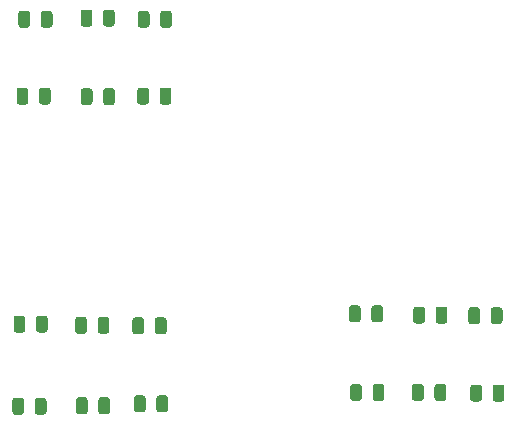
<source format=gbr>
%TF.GenerationSoftware,KiCad,Pcbnew,(5.1.10)-1*%
%TF.CreationDate,2023-02-12T14:12:42-06:00*%
%TF.ProjectId,neopixel_board,6e656f70-6978-4656-9c5f-626f6172642e,rev?*%
%TF.SameCoordinates,Original*%
%TF.FileFunction,Paste,Bot*%
%TF.FilePolarity,Positive*%
%FSLAX46Y46*%
G04 Gerber Fmt 4.6, Leading zero omitted, Abs format (unit mm)*
G04 Created by KiCad (PCBNEW (5.1.10)-1) date 2023-02-12 14:12:42*
%MOMM*%
%LPD*%
G01*
G04 APERTURE LIST*
G04 APERTURE END LIST*
%TO.C,C21*%
G36*
G01*
X141180400Y-97264200D02*
X141180400Y-98214200D01*
G75*
G02*
X140930400Y-98464200I-250000J0D01*
G01*
X140430400Y-98464200D01*
G75*
G02*
X140180400Y-98214200I0J250000D01*
G01*
X140180400Y-97264200D01*
G75*
G02*
X140430400Y-97014200I250000J0D01*
G01*
X140930400Y-97014200D01*
G75*
G02*
X141180400Y-97264200I0J-250000D01*
G01*
G37*
G36*
G01*
X143080400Y-97264200D02*
X143080400Y-98214200D01*
G75*
G02*
X142830400Y-98464200I-250000J0D01*
G01*
X142330400Y-98464200D01*
G75*
G02*
X142080400Y-98214200I0J250000D01*
G01*
X142080400Y-97264200D01*
G75*
G02*
X142330400Y-97014200I250000J0D01*
G01*
X142830400Y-97014200D01*
G75*
G02*
X143080400Y-97264200I0J-250000D01*
G01*
G37*
%TD*%
%TO.C,C20*%
G36*
G01*
X136252800Y-97213400D02*
X136252800Y-98163400D01*
G75*
G02*
X136002800Y-98413400I-250000J0D01*
G01*
X135502800Y-98413400D01*
G75*
G02*
X135252800Y-98163400I0J250000D01*
G01*
X135252800Y-97213400D01*
G75*
G02*
X135502800Y-96963400I250000J0D01*
G01*
X136002800Y-96963400D01*
G75*
G02*
X136252800Y-97213400I0J-250000D01*
G01*
G37*
G36*
G01*
X138152800Y-97213400D02*
X138152800Y-98163400D01*
G75*
G02*
X137902800Y-98413400I-250000J0D01*
G01*
X137402800Y-98413400D01*
G75*
G02*
X137152800Y-98163400I0J250000D01*
G01*
X137152800Y-97213400D01*
G75*
G02*
X137402800Y-96963400I250000J0D01*
G01*
X137902800Y-96963400D01*
G75*
G02*
X138152800Y-97213400I0J-250000D01*
G01*
G37*
%TD*%
%TO.C,C19*%
G36*
G01*
X131020400Y-97213400D02*
X131020400Y-98163400D01*
G75*
G02*
X130770400Y-98413400I-250000J0D01*
G01*
X130270400Y-98413400D01*
G75*
G02*
X130020400Y-98163400I0J250000D01*
G01*
X130020400Y-97213400D01*
G75*
G02*
X130270400Y-96963400I250000J0D01*
G01*
X130770400Y-96963400D01*
G75*
G02*
X131020400Y-97213400I0J-250000D01*
G01*
G37*
G36*
G01*
X132920400Y-97213400D02*
X132920400Y-98163400D01*
G75*
G02*
X132670400Y-98413400I-250000J0D01*
G01*
X132170400Y-98413400D01*
G75*
G02*
X131920400Y-98163400I0J250000D01*
G01*
X131920400Y-97213400D01*
G75*
G02*
X132170400Y-96963400I250000J0D01*
G01*
X132670400Y-96963400D01*
G75*
G02*
X132920400Y-97213400I0J-250000D01*
G01*
G37*
%TD*%
%TO.C,C18*%
G36*
G01*
X141028000Y-90711000D02*
X141028000Y-91661000D01*
G75*
G02*
X140778000Y-91911000I-250000J0D01*
G01*
X140278000Y-91911000D01*
G75*
G02*
X140028000Y-91661000I0J250000D01*
G01*
X140028000Y-90711000D01*
G75*
G02*
X140278000Y-90461000I250000J0D01*
G01*
X140778000Y-90461000D01*
G75*
G02*
X141028000Y-90711000I0J-250000D01*
G01*
G37*
G36*
G01*
X142928000Y-90711000D02*
X142928000Y-91661000D01*
G75*
G02*
X142678000Y-91911000I-250000J0D01*
G01*
X142178000Y-91911000D01*
G75*
G02*
X141928000Y-91661000I0J250000D01*
G01*
X141928000Y-90711000D01*
G75*
G02*
X142178000Y-90461000I250000J0D01*
G01*
X142678000Y-90461000D01*
G75*
G02*
X142928000Y-90711000I0J-250000D01*
G01*
G37*
%TD*%
%TO.C,C17*%
G36*
G01*
X136354400Y-90660200D02*
X136354400Y-91610200D01*
G75*
G02*
X136104400Y-91860200I-250000J0D01*
G01*
X135604400Y-91860200D01*
G75*
G02*
X135354400Y-91610200I0J250000D01*
G01*
X135354400Y-90660200D01*
G75*
G02*
X135604400Y-90410200I250000J0D01*
G01*
X136104400Y-90410200D01*
G75*
G02*
X136354400Y-90660200I0J-250000D01*
G01*
G37*
G36*
G01*
X138254400Y-90660200D02*
X138254400Y-91610200D01*
G75*
G02*
X138004400Y-91860200I-250000J0D01*
G01*
X137504400Y-91860200D01*
G75*
G02*
X137254400Y-91610200I0J250000D01*
G01*
X137254400Y-90660200D01*
G75*
G02*
X137504400Y-90410200I250000J0D01*
G01*
X138004400Y-90410200D01*
G75*
G02*
X138254400Y-90660200I0J-250000D01*
G01*
G37*
%TD*%
%TO.C,C16*%
G36*
G01*
X130918800Y-90558600D02*
X130918800Y-91508600D01*
G75*
G02*
X130668800Y-91758600I-250000J0D01*
G01*
X130168800Y-91758600D01*
G75*
G02*
X129918800Y-91508600I0J250000D01*
G01*
X129918800Y-90558600D01*
G75*
G02*
X130168800Y-90308600I250000J0D01*
G01*
X130668800Y-90308600D01*
G75*
G02*
X130918800Y-90558600I0J-250000D01*
G01*
G37*
G36*
G01*
X132818800Y-90558600D02*
X132818800Y-91508600D01*
G75*
G02*
X132568800Y-91758600I-250000J0D01*
G01*
X132068800Y-91758600D01*
G75*
G02*
X131818800Y-91508600I0J250000D01*
G01*
X131818800Y-90558600D01*
G75*
G02*
X132068800Y-90308600I250000J0D01*
G01*
X132568800Y-90308600D01*
G75*
G02*
X132818800Y-90558600I0J-250000D01*
G01*
G37*
%TD*%
%TO.C,C15*%
G36*
G01*
X112717200Y-98178600D02*
X112717200Y-99128600D01*
G75*
G02*
X112467200Y-99378600I-250000J0D01*
G01*
X111967200Y-99378600D01*
G75*
G02*
X111717200Y-99128600I0J250000D01*
G01*
X111717200Y-98178600D01*
G75*
G02*
X111967200Y-97928600I250000J0D01*
G01*
X112467200Y-97928600D01*
G75*
G02*
X112717200Y-98178600I0J-250000D01*
G01*
G37*
G36*
G01*
X114617200Y-98178600D02*
X114617200Y-99128600D01*
G75*
G02*
X114367200Y-99378600I-250000J0D01*
G01*
X113867200Y-99378600D01*
G75*
G02*
X113617200Y-99128600I0J250000D01*
G01*
X113617200Y-98178600D01*
G75*
G02*
X113867200Y-97928600I250000J0D01*
G01*
X114367200Y-97928600D01*
G75*
G02*
X114617200Y-98178600I0J-250000D01*
G01*
G37*
%TD*%
%TO.C,C14*%
G36*
G01*
X107804800Y-98331000D02*
X107804800Y-99281000D01*
G75*
G02*
X107554800Y-99531000I-250000J0D01*
G01*
X107054800Y-99531000D01*
G75*
G02*
X106804800Y-99281000I0J250000D01*
G01*
X106804800Y-98331000D01*
G75*
G02*
X107054800Y-98081000I250000J0D01*
G01*
X107554800Y-98081000D01*
G75*
G02*
X107804800Y-98331000I0J-250000D01*
G01*
G37*
G36*
G01*
X109704800Y-98331000D02*
X109704800Y-99281000D01*
G75*
G02*
X109454800Y-99531000I-250000J0D01*
G01*
X108954800Y-99531000D01*
G75*
G02*
X108704800Y-99281000I0J250000D01*
G01*
X108704800Y-98331000D01*
G75*
G02*
X108954800Y-98081000I250000J0D01*
G01*
X109454800Y-98081000D01*
G75*
G02*
X109704800Y-98331000I0J-250000D01*
G01*
G37*
%TD*%
%TO.C,C13*%
G36*
G01*
X102420000Y-98381800D02*
X102420000Y-99331800D01*
G75*
G02*
X102170000Y-99581800I-250000J0D01*
G01*
X101670000Y-99581800D01*
G75*
G02*
X101420000Y-99331800I0J250000D01*
G01*
X101420000Y-98381800D01*
G75*
G02*
X101670000Y-98131800I250000J0D01*
G01*
X102170000Y-98131800D01*
G75*
G02*
X102420000Y-98381800I0J-250000D01*
G01*
G37*
G36*
G01*
X104320000Y-98381800D02*
X104320000Y-99331800D01*
G75*
G02*
X104070000Y-99581800I-250000J0D01*
G01*
X103570000Y-99581800D01*
G75*
G02*
X103320000Y-99331800I0J250000D01*
G01*
X103320000Y-98381800D01*
G75*
G02*
X103570000Y-98131800I250000J0D01*
G01*
X104070000Y-98131800D01*
G75*
G02*
X104320000Y-98381800I0J-250000D01*
G01*
G37*
%TD*%
%TO.C,C12*%
G36*
G01*
X112580000Y-91574600D02*
X112580000Y-92524600D01*
G75*
G02*
X112330000Y-92774600I-250000J0D01*
G01*
X111830000Y-92774600D01*
G75*
G02*
X111580000Y-92524600I0J250000D01*
G01*
X111580000Y-91574600D01*
G75*
G02*
X111830000Y-91324600I250000J0D01*
G01*
X112330000Y-91324600D01*
G75*
G02*
X112580000Y-91574600I0J-250000D01*
G01*
G37*
G36*
G01*
X114480000Y-91574600D02*
X114480000Y-92524600D01*
G75*
G02*
X114230000Y-92774600I-250000J0D01*
G01*
X113730000Y-92774600D01*
G75*
G02*
X113480000Y-92524600I0J250000D01*
G01*
X113480000Y-91574600D01*
G75*
G02*
X113730000Y-91324600I250000J0D01*
G01*
X114230000Y-91324600D01*
G75*
G02*
X114480000Y-91574600I0J-250000D01*
G01*
G37*
%TD*%
%TO.C,C11*%
G36*
G01*
X107738800Y-91523800D02*
X107738800Y-92473800D01*
G75*
G02*
X107488800Y-92723800I-250000J0D01*
G01*
X106988800Y-92723800D01*
G75*
G02*
X106738800Y-92473800I0J250000D01*
G01*
X106738800Y-91523800D01*
G75*
G02*
X106988800Y-91273800I250000J0D01*
G01*
X107488800Y-91273800D01*
G75*
G02*
X107738800Y-91523800I0J-250000D01*
G01*
G37*
G36*
G01*
X109638800Y-91523800D02*
X109638800Y-92473800D01*
G75*
G02*
X109388800Y-92723800I-250000J0D01*
G01*
X108888800Y-92723800D01*
G75*
G02*
X108638800Y-92473800I0J250000D01*
G01*
X108638800Y-91523800D01*
G75*
G02*
X108888800Y-91273800I250000J0D01*
G01*
X109388800Y-91273800D01*
G75*
G02*
X109638800Y-91523800I0J-250000D01*
G01*
G37*
%TD*%
%TO.C,C10*%
G36*
G01*
X102521600Y-91422200D02*
X102521600Y-92372200D01*
G75*
G02*
X102271600Y-92622200I-250000J0D01*
G01*
X101771600Y-92622200D01*
G75*
G02*
X101521600Y-92372200I0J250000D01*
G01*
X101521600Y-91422200D01*
G75*
G02*
X101771600Y-91172200I250000J0D01*
G01*
X102271600Y-91172200D01*
G75*
G02*
X102521600Y-91422200I0J-250000D01*
G01*
G37*
G36*
G01*
X104421600Y-91422200D02*
X104421600Y-92372200D01*
G75*
G02*
X104171600Y-92622200I-250000J0D01*
G01*
X103671600Y-92622200D01*
G75*
G02*
X103421600Y-92372200I0J250000D01*
G01*
X103421600Y-91422200D01*
G75*
G02*
X103671600Y-91172200I250000J0D01*
G01*
X104171600Y-91172200D01*
G75*
G02*
X104421600Y-91422200I0J-250000D01*
G01*
G37*
%TD*%
%TO.C,C9*%
G36*
G01*
X112986400Y-72118200D02*
X112986400Y-73068200D01*
G75*
G02*
X112736400Y-73318200I-250000J0D01*
G01*
X112236400Y-73318200D01*
G75*
G02*
X111986400Y-73068200I0J250000D01*
G01*
X111986400Y-72118200D01*
G75*
G02*
X112236400Y-71868200I250000J0D01*
G01*
X112736400Y-71868200D01*
G75*
G02*
X112986400Y-72118200I0J-250000D01*
G01*
G37*
G36*
G01*
X114886400Y-72118200D02*
X114886400Y-73068200D01*
G75*
G02*
X114636400Y-73318200I-250000J0D01*
G01*
X114136400Y-73318200D01*
G75*
G02*
X113886400Y-73068200I0J250000D01*
G01*
X113886400Y-72118200D01*
G75*
G02*
X114136400Y-71868200I250000J0D01*
G01*
X114636400Y-71868200D01*
G75*
G02*
X114886400Y-72118200I0J-250000D01*
G01*
G37*
%TD*%
%TO.C,C8*%
G36*
G01*
X108211200Y-72169000D02*
X108211200Y-73119000D01*
G75*
G02*
X107961200Y-73369000I-250000J0D01*
G01*
X107461200Y-73369000D01*
G75*
G02*
X107211200Y-73119000I0J250000D01*
G01*
X107211200Y-72169000D01*
G75*
G02*
X107461200Y-71919000I250000J0D01*
G01*
X107961200Y-71919000D01*
G75*
G02*
X108211200Y-72169000I0J-250000D01*
G01*
G37*
G36*
G01*
X110111200Y-72169000D02*
X110111200Y-73119000D01*
G75*
G02*
X109861200Y-73369000I-250000J0D01*
G01*
X109361200Y-73369000D01*
G75*
G02*
X109111200Y-73119000I0J250000D01*
G01*
X109111200Y-72169000D01*
G75*
G02*
X109361200Y-71919000I250000J0D01*
G01*
X109861200Y-71919000D01*
G75*
G02*
X110111200Y-72169000I0J-250000D01*
G01*
G37*
%TD*%
%TO.C,C7*%
G36*
G01*
X102775600Y-72118200D02*
X102775600Y-73068200D01*
G75*
G02*
X102525600Y-73318200I-250000J0D01*
G01*
X102025600Y-73318200D01*
G75*
G02*
X101775600Y-73068200I0J250000D01*
G01*
X101775600Y-72118200D01*
G75*
G02*
X102025600Y-71868200I250000J0D01*
G01*
X102525600Y-71868200D01*
G75*
G02*
X102775600Y-72118200I0J-250000D01*
G01*
G37*
G36*
G01*
X104675600Y-72118200D02*
X104675600Y-73068200D01*
G75*
G02*
X104425600Y-73318200I-250000J0D01*
G01*
X103925600Y-73318200D01*
G75*
G02*
X103675600Y-73068200I0J250000D01*
G01*
X103675600Y-72118200D01*
G75*
G02*
X103925600Y-71868200I250000J0D01*
G01*
X104425600Y-71868200D01*
G75*
G02*
X104675600Y-72118200I0J-250000D01*
G01*
G37*
%TD*%
%TO.C,C6*%
G36*
G01*
X113037200Y-65615800D02*
X113037200Y-66565800D01*
G75*
G02*
X112787200Y-66815800I-250000J0D01*
G01*
X112287200Y-66815800D01*
G75*
G02*
X112037200Y-66565800I0J250000D01*
G01*
X112037200Y-65615800D01*
G75*
G02*
X112287200Y-65365800I250000J0D01*
G01*
X112787200Y-65365800D01*
G75*
G02*
X113037200Y-65615800I0J-250000D01*
G01*
G37*
G36*
G01*
X114937200Y-65615800D02*
X114937200Y-66565800D01*
G75*
G02*
X114687200Y-66815800I-250000J0D01*
G01*
X114187200Y-66815800D01*
G75*
G02*
X113937200Y-66565800I0J250000D01*
G01*
X113937200Y-65615800D01*
G75*
G02*
X114187200Y-65365800I250000J0D01*
G01*
X114687200Y-65365800D01*
G75*
G02*
X114937200Y-65615800I0J-250000D01*
G01*
G37*
%TD*%
%TO.C,C5*%
G36*
G01*
X108196000Y-65514200D02*
X108196000Y-66464200D01*
G75*
G02*
X107946000Y-66714200I-250000J0D01*
G01*
X107446000Y-66714200D01*
G75*
G02*
X107196000Y-66464200I0J250000D01*
G01*
X107196000Y-65514200D01*
G75*
G02*
X107446000Y-65264200I250000J0D01*
G01*
X107946000Y-65264200D01*
G75*
G02*
X108196000Y-65514200I0J-250000D01*
G01*
G37*
G36*
G01*
X110096000Y-65514200D02*
X110096000Y-66464200D01*
G75*
G02*
X109846000Y-66714200I-250000J0D01*
G01*
X109346000Y-66714200D01*
G75*
G02*
X109096000Y-66464200I0J250000D01*
G01*
X109096000Y-65514200D01*
G75*
G02*
X109346000Y-65264200I250000J0D01*
G01*
X109846000Y-65264200D01*
G75*
G02*
X110096000Y-65514200I0J-250000D01*
G01*
G37*
%TD*%
%TO.C,C4*%
G36*
G01*
X103828000Y-66565800D02*
X103828000Y-65615800D01*
G75*
G02*
X104078000Y-65365800I250000J0D01*
G01*
X104578000Y-65365800D01*
G75*
G02*
X104828000Y-65615800I0J-250000D01*
G01*
X104828000Y-66565800D01*
G75*
G02*
X104578000Y-66815800I-250000J0D01*
G01*
X104078000Y-66815800D01*
G75*
G02*
X103828000Y-66565800I0J250000D01*
G01*
G37*
G36*
G01*
X101928000Y-66565800D02*
X101928000Y-65615800D01*
G75*
G02*
X102178000Y-65365800I250000J0D01*
G01*
X102678000Y-65365800D01*
G75*
G02*
X102928000Y-65615800I0J-250000D01*
G01*
X102928000Y-66565800D01*
G75*
G02*
X102678000Y-66815800I-250000J0D01*
G01*
X102178000Y-66815800D01*
G75*
G02*
X101928000Y-66565800I0J250000D01*
G01*
G37*
%TD*%
M02*

</source>
